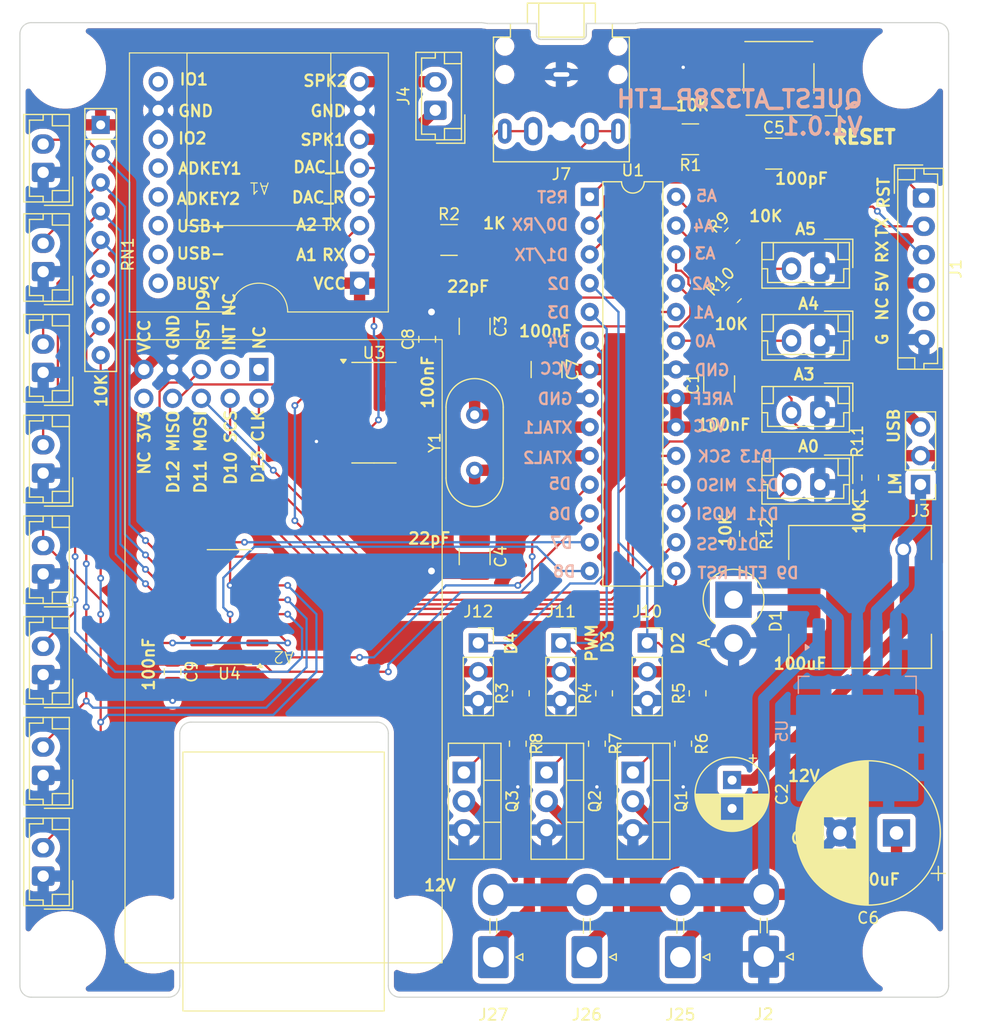
<source format=kicad_pcb>
(kicad_pcb (version 20240108) (generator "pcbnew") (generator_version "8.0")
  (layers (0 "F.Cu" signal) (31 "B.Cu" signal) (34 "B.Paste" user) (35 "F.Paste" user) (36 "B.SilkS" user "B.Silkscreen") (37 "F.SilkS" user "F.Silkscreen") (38 "B.Mask" user) (39 "F.Mask" user) (44 "Edge.Cuts" user))
  (net 0 "")
  (net 1 "GND")
  (net 3 "VCC")
  (net 4 "Net-(A1-SPK2)")
  (net 5 "Net-(A1-TX)")
  (net 8 "Net-(A1-DAC_L)")
  (net 9 "Net-(A1-DAC_R)")
  (net 11 "Net-(A1-RX)")
  (net 15 "Net-(A1-SPK1)")
  (net 16 "Net-(U1-XTAL1{slash}PB6)")
  (net 17 "Net-(U1-XTAL2{slash}PB7)")
  (net 18 "Net-(J1-Pin_1)")
  (net 20 "Net-(J1-Pin_3)")
  (net 21 "Net-(J1-Pin_2)")
  (net 22 "Net-(J1-Pin_4)")
  (net 23 "Net-(U1-PC1)")
  (net 25 "Net-(A2-RST)")
  (net 28 "Net-(A2-SCLK)")
  (net 29 "Net-(A2-MISO)")
  (net 30 "Net-(A2-MOSI)")
  (net 31 "Net-(A2-SCS)")
  (net 32 "Net-(U1-PC2)")
  (net 39 "Net-(J10-Pin_1)")
  (net 40 "Net-(J11-Pin_1)")
  (net 41 "Net-(J12-Pin_1)")
  (net 42 "Net-(J18-Pin_2)")
  (net 43 "Net-(J13-Pin_2)")
  (net 44 "Net-(J14-Pin_2)")
  (net 45 "Net-(J15-Pin_2)")
  (net 46 "Net-(J19-Pin_2)")
  (net 47 "Net-(J17-Pin_2)")
  (net 48 "Net-(J20-Pin_2)")
  (net 49 "Net-(J16-Pin_2)")
  (net 50 "Net-(U1-PD7)")
  (net 51 "Net-(U1-PB0)")
  (net 52 "Net-(U1-PD5)")
  (net 53 "Net-(U1-PD6)")
  (net 55 "Net-(J21-Pin_2)")
  (net 56 "Net-(J22-Pin_2)")
  (net 57 "Net-(J23-Pin_2)")
  (net 58 "Net-(J24-Pin_2)")
  (net 59 "Net-(J25-Pin_1)")
  (net 60 "Net-(J26-Pin_1)")
  (net 61 "Net-(J27-Pin_1)")
  (net 62 "Net-(Q1-G)")
  (net 63 "Net-(Q2-G)")
  (net 64 "Net-(Q3-G)")
  (net 65 "Net-(U1-~{RESET}{slash}PC6)")
  (net 66 "Net-(U1-PB4)")
  (net 67 "5VPowerOut")
  (net 68 "12VPowerIn")
  (net 69 "Net-(D1-K)")
  (footprint "Package_TO_SOT_THT:TO-220-3_Vertical" (layer "F.Cu") (at 56.205 90.17 -90)
    (property "Reference" "Q3")
    (property "Value" "IRLZ44N")
  )
  (footprint "Connector_JST:JST_EH_B2B-EH-A_1x02_P2.50mm_Vertical" (layer "F.Cu") (at 19.05 54.864 90)
    (property "Reference" "J15" (hide yes))
    (property "Value" "Conn_01x02" (hide yes))
  )
  (footprint "Connector_JST:JST_EH_B2B-EH-A_1x02_P2.50mm_Vertical" (layer "F.Cu") (at 19.05 81.534 90)
    (property "Reference" "J18" (hide yes))
    (property "Value" "Conn_01x02" (hide yes))
  )
  (footprint "MountingHole:MountingHole_3.2mm_M3" (layer "F.Cu") (at 95 106)
    (property "Reference" "REF**" (hide yes))
    (property "Value" "MountingHole_3.2mm_M3" (hide yes))
  )
  (footprint "Resistor_SMD:R_0805_2012Metric_Pad1.20x1.40mm_HandSolder" (layer "F.Cu") (at 67.945 87.63 -90)
    (property "Reference" "R7")
    (property "Value" "10K")
  )
  (footprint "Connector_JST:JST_EH_B6B-EH-A_1x06_P2.50mm_Vertical" (layer "F.Cu") (at 96.82 39.47 -90)
    (property "Reference" "J1")
    (property "Value" "Conn_01x06_Pin")
  )
  (footprint "Connector_PinHeader_2.54mm:PinHeader_1x03_P2.54mm_Vertical" (layer "F.Cu") (at 96.52 64.755 180)
    (property "Reference" "J3")
    (property "Value" "Conn_01x03_Pin")
  )
  (footprint "Connector_PinSocket_2.54mm:PinSocket_1x03_P2.54mm_Vertical" (layer "F.Cu") (at 57.475 78.74)
    (property "Reference" "J12")
    (property "Value" "Conn_01x03")
  )
  (footprint "Connector_JST:JST_EH_B2B-EH-A_1x02_P2.50mm_Vertical" (layer "F.Cu") (at 87.63 64.77 180)
    (property "Reference" "J24" (hide yes))
    (property "Value" "Conn_01x02" (hide yes))
  )
  (footprint "Capacitor_SMD:C_1210_3225Metric" (layer "F.Cu") (at 78.74 55.88 90)
    (property "Reference" "C1")
    (property "Value" "100nF")
  )
  (footprint "Package_TO_SOT_THT:TO-220-3_Vertical" (layer "F.Cu") (at 71.12 90.17 -90)
    (property "Reference" "Q1")
    (property "Value" "IRLZ44N")
  )
  (footprint "Resistor_SMD:R_0805_2012Metric_Pad1.20x1.40mm_HandSolder" (layer "F.Cu") (at 79.883 42.799 45)
    (property "Reference" "R9")
    (property "Value" "10K")
  )
  (footprint "Resistor_SMD:R_0805_2012Metric_Pad1.20x1.40mm_HandSolder" (layer "F.Cu") (at 75.565 87.63 -90)
    (property "Reference" "R6")
    (property "Value" "10K")
  )
  (footprint "Resistor_SMD:R_1210_3225Metric_Pad1.30x2.65mm_HandSolder" (layer "F.Cu") (at 76.2 34.29 180)
    (property "Reference" "R1")
    (property "Value" "10K")
  )
  (footprint "MountingHole:MountingHole_3.2mm_M3" (layer "F.Cu") (at 95 28)
    (property "Reference" "REF**" (hide yes))
    (property "Value" "MountingHole_3.2mm_M3" (hide yes))
  )
  (footprint "Package_SO:SOIC-14_3.9x8.7mm_P1.27mm" (layer "F.Cu") (at 48.26 58.42)
    (property "Reference" "U3")
    (property "Value" "74AHCT125")
  )
  (footprint "Connector_JST:JST_EH_B2B-EH-A_1x02_P2.50mm_Vertical" (layer "F.Cu") (at 19.05 37.211 90)
    (property "Reference" "J13" (hide yes))
    (property "Value" "Conn_01x02" (hide yes))
  )
  (footprint "Connector_JST:JST_EH_B2B-EH-A_1x02_P2.50mm_Vertical" (layer "F.Cu") (at 19.05 90.424 90)
    (property "Reference" "J19" (hide yes))
    (property "Value" "Conn_01x02" (hide yes))
  )
  (footprint "Capacitor_SMD:C_1210_3225Metric" (layer "F.Cu") (at 57.15 50.8 -90)
    (property "Reference" "C3")
    (property "Value" "22pF")
  )
  (footprint "Connector_JST:JST_EH_B2B-EH-A_1x02_P2.50mm_Vertical" (layer "F.Cu") (at 19.05 45.974 90)
    (property "Reference" "J14" (hide yes))
    (property "Value" "Conn_01x02" (hide yes))
  )
  (footprint "MountingHole:MountingHole_3.2mm_M3" (layer "F.Cu") (at 21 28)
    (property "Reference" "REF**" (hide yes))
    (property "Value" "MountingHole_3.2mm_M3" (hide yes))
  )
  (footprint "Connector_JST:JST_EH_B2B-EH-A_1x02_P2.50mm_Vertical" (layer "F.Cu") (at 19.05 99.314 90)
    (property "Reference" "J20" (hide yes))
    (property "Value" "Conn_01x02" (hide yes))
  )
  (footprint "Connector_JST:JST_EH_B2B-EH-A_1x02_P2.50mm_Vertical" (layer "F.Cu") (at 19.05 63.754 90)
    (property "Reference" "J16" (hide yes))
    (property "Value" "Conn_01x02" (hide yes))
  )
  (footprint "Capacitor_SMD:C_0805_2012Metric_Pad1.18x1.45mm_HandSolder" (layer "F.Cu") (at 52.959 51.943 90)
    (property "Reference" "C8")
    (property "Value" "100nF")
  )
  (footprint "Button_Switch_SMD:SW_SPST_Omron_B3FS-100xP" (layer "F.Cu") (at 84.01 28.92 180)
    (property "Reference" "SW1" (hide yes))
    (property "Value" "SW_Omron_B3FS" (hide yes))
  )
  (footprint "Package_DIP:DIP-28_W7.62mm" (layer "F.Cu") (at 67.31 39.37)
    (property "Reference" "U1")
    (property "Value" "ATmega328P-P")
  )
  (footprint "Crystal:Crystal_HC49-U_Vertical" (layer "F.Cu") (at 57.15 63.5 90)
    (property "Reference" "Y1")
    (property "Value" "16MHz")
  )
  (footprint "Capacitor_SMD:C_0805_2012Metric_Pad1.18x1.45mm_HandSolder" (layer "F.Cu") (at 30.48 81.28 -90)
    (property "Reference" "C9")
    (property "Value" "100nF")
  )
  (footprint "Resistor_SMD:R_0805_2012Metric_Pad1.20x1.40mm_HandSolder" (layer "F.Cu") (at 60.96 87.63 -90)
    (property "Reference" "R8")
    (property "Value" "10K")
  )
  (footprint "Connector_PinSocket_2.54mm:PinSocket_1x03_P2.54mm_Vertical" (layer "F.Cu") (at 72.39 78.74)
    (property "Reference" "J10")
    (property "Value" "Conn_01x03")
  )
  (footprint "Connector_JST:JST_EH_B2B-EH-A_1x02_P2.50mm_Vertical" (layer "F.Cu") (at 53.675 31.73 90)
    (property "Reference" "J4")
    (property "Value" "Conn_01x02")
  )
  (footprint "Resistor_SMD:R_0805_2012Metric_Pad1.20x1.40mm_HandSolder" (layer "F.Cu") (at 68.58 83.185 90)
    (property "Reference" "R4")
    (property "Value" "100")
  )
  (footprint "Connector_PinSocket_2.54mm:PinSocket_1x03_P2.54mm_Vertical" (layer "F.Cu") (at 64.77 78.74)
    (property "Reference" "J11")
    (property "Value" "Conn_01x03")
  )
  (footprint "Resistor_THT:R_Array_SIP9" (layer "F.Cu") (at 24.13 33.02 -90)
    (property "Reference" "RN1")
    (property "Value" "10K" (hide yes))
  )
  (footprint "Connector_JST:JST_EH_B2B-EH-A_1x02_P2.50mm_Vertical" (layer "F.Cu") (at 87.63 45.72 180)
    (property "Reference" "J21" (hide yes))
    (property "Value" "Conn_01x02" (hide yes))
  )
  (footprint "Connector_Audio:Jack_3.5mm_CUI_SJ1-3525N_Horizontal" (layer "F.Cu") (at 64.81 28.575 180)
    (property "Reference" "J7")
    (property "Value" "AudioJack3_SwitchTR")
    (fp_line (start 2.2 4.5) (end 6.5 4.5) (stroke (width 0.12)) (layer "Edge.Cuts"))
    (fp_line (start 2.2 3.5) (end 2.2 4.5) (stroke (width 0.12)) (layer "Edge.Cuts"))
    (fp_line (start 1.8 3.1) (end -1.8 3.1) (stroke (width 0.12)) (layer "Edge.Cuts"))
    (fp_line (start -2.2 4.5) (end -6.5 4.5) (stroke (width 0.12)) (layer "Edge.Cuts"))
    (fp_line (start -2.2 3.5) (end -2.2 4.5) (stroke (width 0.12)) (layer "Edge.Cuts"))
    (fp_arc (start 1.8 3.1) (mid 2.082843 3.217157) (end 2.2 3.5) (stroke (width 0.12)) (layer "Edge.Cuts"))
    (fp_arc (start -2.2 3.5) (mid -2.082842 3.217158) (end -1.8 3.1) (stroke (width 0.12)) (layer "Edge.Cuts"))
  )
  (footprint "MountingHole:MountingHole_3.2mm_M3" (layer "F.Cu") (at 21 106)
    (property "Reference" "REF**" (hide yes))
    (property "Value" "MountingHole_3.2mm_M3" (hide yes))
  )
  (footprint "Wiznet:W5500Module" (layer "F.Cu") (at 40.28 79.47 180)
    (property "Reference" "A2")
    (property "Value" "~")
  )
  (footprint "Connector_Molex:Molex_Mini-Fit_Jr_5569-02A2_2x01_P4.20mm_Horizontal_Hanging" (layer "F.Cu") (at 67.056 106.465 180)
    (property "Reference" "J26")
    (property "Value" "Conn_02x01")
  )
  (footprint "Capacitor_THT:CP_Radial_D12.5mm_P5.00mm" (layer "F.Cu") (at 94.398959 95.504 180)
    (property "Reference" "C6")
    (property "Value" "680uF")
  )
  (footprint "Resistor_SMD:R_0805_2012Metric_Pad1.20x1.40mm_HandSolder" (layer "F.Cu") (at 92.075 64.151 -90)
    (property "Reference" "R11")
    (property "Value" "10K")
  )
  (footprint "Capacitor_SMD:C_1210_3225Metric" (layer "F.Cu") (at 57.15 71.12 -90)
    (property "Reference" "C4")
    (property "Value" "22pF")
  )
  (footprint "Resistor_SMD:R_1210_3225Metric_Pad1.30x2.65mm_HandSolder" (layer "F.Cu") (at 54.89 43.18)
    (property "Reference" "R2")
    (property "Value" "1K")
  )
  (footprint "Package_SO:SOIC-16_3.9x9.9mm_P1.27mm" (layer "F.Cu") (at 35.495 75.565 180)
    (property "Reference" "U4")
    (property "Value" "74HC165")
  )
  (footprint "Resistor_SMD:R_0805_2012Metric_Pad1.20x1.40mm_HandSolder" (layer "F.Cu") (at 76.835 83.185 90)
    (property "Reference" "R5")
    (property "Value" "100")
  )
  (footprint "Connector_JST:JST_EH_B2B-EH-A_1x02_P2.50mm_Vertical" (layer "F.Cu") (at 19.05 72.644 90)
    (property "Reference" "J17" (hide yes))
    (property "Value" "Conn_01x02" (hide yes))
  )
  (footprint "Connector_Molex:Molex_Mini-Fit_Jr_5569-02A2_2x01_P4.20mm_Horizontal_Hanging" (layer "F.Cu") (at 75.311 106.465 180)
    (property "Reference" "J25")
    (property "Value" "Conn_02x01")
  )
  (footprint "Capacitor_THT:CP_Radial_D6.3mm_P2.50mm" (layer "F.Cu") (at 79.883 90.845 -90)
    (property "Reference" "C2")
    (property "Value" "220uF")
  )
  (footprint "Inductor_SMD:L_12x12mm_H4.5mm" (layer "F.Cu") (at 91.186 74.676)
    (property "Reference" "L1")
    (property "Value" "L_Ferrite")
  )
  (footprint "Diode_THT:D_DO-201AD_P3.81mm_Vertical_AnodeUp" (layer "F.Cu") (at 80.01 74.922 -90)
    (property "Reference" "D1")
    (property "Value" "1N5822")
  )
  (footprint "Connector_JST:JST_EH_B2B-EH-A_1x02_P2.50mm_Vertical" (layer "F.Cu") (at 87.63 52.07 180)
    (property "Reference" "J22" (hide yes))
    (property "Value" "Conn_01x02" (hide yes))
  )
  (footprint "Resistor_SMD:R_0805_2012Metric_Pad1.20x1.40mm_HandSolder" (layer "F.Cu") (at 61.23 83.185 90)
    (property "Reference" "R3")
    (property "Value" "100")
  )
  (footprint "Package_TO_SOT_THT:TO-220-3_Vertical" (layer "F.Cu") (at 63.5 90.17 -90)
    (property "Reference" "Q2")
    (property "Value" "IRLZ44N")
  )
  (footprint "Resistor_SMD:R_0805_2012Metric_Pad1.20x1.40mm_HandSolder" (layer "F.Cu") (at 81.28 69.088 -90)
    (property "Reference" "R12")
    (property "Value" "10K")
  )
  (footprint "Capacitor_SMD:C_1210_3225Metric" (layer "F.Cu") (at 83.566 35.56)
    (property "Reference" "C5")
    (property "Value" "100pF" (hide yes))
  )
  (footprint "Resistor_SMD:R_0805_2012Metric_Pad1.20x1.40mm_HandSolder" (layer "F.Cu") (at 80.01 48.006 45)
    (property "Reference" "R10")
    (property "Value" "10K")
  )
  (footprint "Capacitor_SMD:C_1210_3225Metric" (layer "F.Cu") (at 63.5 54.61 -90)
    (property "Reference" "C7")
    (property "Value" "100nF")
  )
  (footprint "Connector_Molex:Molex_Mini-Fit_Jr_5569-02A2_2x01_P4.20mm_Horizontal_Hanging" (layer "F.Cu") (at 58.801 106.465 180)
    (property "Reference" "J27")
    (property "Value" "Conn_02x01")
  )
  (footprint "Connector_Molex:Molex_Mini-Fit_Jr_5569-02A2_2x01_P4.20mm_Horizontal_Hanging" (layer "F.Cu") (at 82.677 106.426 180)
    (property "Reference" "J2")
    (property "Value" "Conn_02x01")
  )
  (footprint "DFPlayer:DFPLayerMini" (layer "F.Cu") (at 38.1 38.1 180)
    (property "Reference" "A1")
    (property "Value" "~")
  )
  (footprint "Connector_JST:JST_EH_B2B-EH-A_1x02_P2.50mm_Vertical" (layer "F.Cu") (at 87.63 58.42 180)
    (property "Reference" "J23" (hide yes))
    (property "Value" "Conn_01x02" (hide yes))
  )
  (footprint "Package_TO_SOT_SMD:TO-263-5_TabPin3" (layer "B.Cu") (at 90.932 86.511 -90)
    (property "Reference" "U5")
    (property "Value" "LM2596S-5")
  )
  (gr_arc (start 17 25) (mid 17.292893 24.292893) (end 18 24) (stroke (width 0.1)) (layer "Edge.Cuts"))
  (gr_arc (start 31.115 109) (mid 30.822107 109.707107) (end 30.115 110) (stroke (width 0.1)) (layer "Edge.Cuts"))
  (gr_arc (start 48.53 85.725) (mid 49.237107 86.017893) (end 49.53 86.725) (stroke (width 0.1)) (layer "Edge.Cuts"))
  (gr_arc (start 99 109) (mid 98.707107 109.707107) (end 98 110) (stroke (width 0.1)) (layer "Edge.Cuts"))
  (gr_arc (start 18 110) (mid 17.292893 109.707107) (end 17 109) (stroke (width 0.1)) (layer "Edge.Cuts"))
  (gr_arc (start 50.53 110) (mid 49.822893 109.707107) (end 49.53 109) (stroke (width 0.1)) (layer "Edge.Cuts"))
  (gr_line (start 49.53 109) (end 49.53 86.725) (stroke (width 0.1)) (layer "Edge.Cuts"))
  (gr_line (start 18 24) (end 57.785 24) (stroke (width 0.1)) (layer "Edge.Cuts"))
  (gr_line (start 17 109) (end 17 25) (stroke (width 0.1)) (layer "Edge.Cuts"))
  (gr_line (start 57.785 24) (end 58.31 24.075) (stroke (width 0.1)) (layer "Edge.Cuts"))
  (gr_line (start 71.755 24) (end 71.31 24.075) (stroke (width 0.1)) (layer "Edge.Cuts"))
  (gr_line (start 99 25) (end 99 109) (stroke (width 0.1)) (layer "Edge.Cuts"))
  (gr_line (start 98 110) (end 50.53 110) (stroke (width 0.1)) (layer "Edge.Cuts"))
  (gr_arc (start 31.115 86.725) (mid 31.407893 86.017893) (end 32.115 85.725) (stroke (width 0.1)) (layer "Edge.Cuts"))
  (gr_line (start 31.115 109) (end 31.115 86.725) (stroke (width 0.1)) (layer "Edge.Cuts"))
  (gr_line (start 18 110) (end 30.115 110) (stroke (width 0.1)) (layer "Edge.Cuts"))
  (gr_line (start 32.115 85.725) (end 48.53 85.725) (stroke (width 0.1)) (layer "Edge.Cuts"))
  (gr_arc (start 98 24) (mid 98.707107 24.292893) (end 99 25) (stroke (width 0.1)) (layer "Edge.Cuts"))
  (gr_line (start 98 24) (end 71.755 24) (stroke (width 0.1)) (layer "Edge.Cuts"))
  (gr_text "XTAL2" (at 65.913 62.992 0) (layer "B.SilkS") (effects (font (size 1 1) (thickness 0.2) (bold yes)) (justify left bottom mirror)))
  (gr_text "D5" (at 65.786 65.278 0) (layer "B.SilkS") (effects (font (size 1 1) (thickness 0.2) (bold yes)) (justify left bottom mirror)))
  (gr_text "D4" (at 65.659 52.705 0) (layer "B.SilkS") (effects (font (size 1 1) (thickness 0.2) (bold yes)) (justify left bottom mirror)))
  (gr_text "D3" (at 65.659 50.165 0) (layer "B.SilkS") (effects (font (size 1 1) (thickness 0.2) (bold yes)) (justify left bottom mirror)))
  (gr_text "D10 SS" (at 76.581 70.612 0) (layer "B.SilkS") (effects (font (size 1 1) (thickness 0.2) (bold yes)) (justify right bottom mirror)))
  (gr_text "XTAL1" (at 65.913 60.325 0) (layer "B.SilkS") (effects (font (size 1 1) (thickness 0.2) (bold yes)) (justify left bottom mirror)))
  (gr_text "RST" (at 65.532 40.005 0) (layer "B.SilkS") (effects (font (size 1 1) (thickness 0.2) (bold yes)) (justify left bottom mirror)))
  (gr_text "D6" (at 65.786 67.945 0) (layer "B.SilkS") (effects (font (size 1 1) (thickness 0.2) (bold yes)) (justify left bottom mirror)))
  (gr_text "A3" (at 76.454 44.958 0) (layer "B.SilkS") (effects (font (size 1 1) (thickness 0.2) (bold yes)) (justify right bottom mirror)))
  (gr_text "VCC" (at 65.913 55.118 0) (layer "B.SilkS") (effects (font (size 1 1) (thickness 0.2) (bold yes)) (justify left bottom mirror)))
  (gr_text "D12 MISO" (at 76.581 65.405 0) (layer "B.SilkS") (effects (font (size 1 1) (thickness 0.2) (bold yes)) (justify right bottom mirror)))
  (gr_text "AREF" (at 76.2 57.785 0) (layer "B.SilkS") (effects (font (size 1 1) (thickness 0.2) (bold yes)) (justify right bottom mirror)))
  (gr_text "A0" (at 76.454 52.705 0) (layer "B.SilkS") (effects (font (size 1 1) (thickness 0.2) (bold yes)) (justify right bottom mirror)))
  (gr_text "D11 MOSI" (at 76.581 67.945 0) (layer "B.SilkS") (effects (font (size 1 1) (thickness 0.2) (bold yes)) (justify right bottom mirror)))
  (gr_text "D1/TX" (at 65.532 45.085 0) (layer "B.SilkS") (effects (font (size 1 1) (thickness 0.2) (bold yes)) (justify left bottom mirror)))
  (gr_text "A2" (at 76.2 47.625 0) (layer "B.SilkS") (effects (font (size 1 1) (thickness 0.2) (bold yes)) (justify right bottom mirror)))
  (gr_text "D0/RX" (at 65.532 42.418 0) (layer "B.SilkS") (effects (font (size 1 1) (thickness 0.2) (bold yes)) (justify left bottom mirror)))
  (gr_text "A5" (at 76.581 39.878 0) (layer "B.SilkS") (effects (font (size 1 1) (thickness 0.2) (bold yes)) (justify right bottom mirror)))
  (gr_text "D9 ETH RST" (at 76.708 73.152 0) (layer "B.SilkS") (effects (font (size 1 1) (thickness 0.2) (bold yes)) (justify right bottom mirror)))
  (gr_text "D13 SCK" (at 76.708 62.865 0) (layer "B.SilkS") (effects (font (size 1 1) (thickness 0.2) (bold yes)) (justify right bottom mirror)))
  (gr_text "A4" (at 76.327 42.545 0) (layer "B.SilkS") (effects (font (size 1 1) (thickness 0.2) (bold yes)) (justify right bottom mirror)))
  (gr_text "D8" (at 66.167 73.025 0) (layer "B.SilkS") (effects (font (size 1 1) (thickness 0.2) (bold yes)) (justify left bottom mirror)))
  (gr_text "VCC" (at 76.327 60.198 0) (layer "B.SilkS") (effects (font (size 1 1) (thickness 0.2) (bold yes)) (justify right bottom mirror)))
  (gr_text "QUEST_AT328P_ETH\nV1.0.1" (at 91.567 34.036 0) (layer "B.SilkS") (effects (font (size 1.5 1.5) (thickness 0.3) (bold yes)) (justify left bottom mirror)))
  (gr_text "D2" (at 65.659 47.625 0) (layer "B.SilkS") (effects (font (size 1 1) (thickness 0.2) (bold yes)) (justify left bottom mirror)))
  (gr_text "A1" (at 76.327 50.165 0) (layer "B.SilkS") (effects (font (size 1 1) (thickness 0.2) (bold yes)) (justify right bottom mirror)))
  (gr_text "GND" (at 76.454 55.245 0) (layer "B.SilkS") (effects (font (size 1 1) (thickness 0.2) (bold yes)) (justify right bottom mirror)))
  (gr_text "D7" (at 65.913 70.485 0) (layer "B.SilkS") (effects (font (size 1 1) (thickness 0.2) (bold yes)) (justify left bottom mirror)))
  (gr_text "GND" (at 65.913 57.785 0) (layer "B.SilkS") (effects (font (size 1 1) (thickness 0.2) (bold yes)) (justify left bottom mirror)))
  (gr_text "100nF" (at 60.96 51.816 0) (layer "F.SilkS") (effects (font (size 1 1) (thickness 0.2) (bold yes)) (justify left bottom)))
  (gr_text "GND" (at 31.115 52.959 90) (layer "F.SilkS") (effects (font (size 1 1) (thickness 0.2) (bold yes)) (justify left bottom)))
  (gr_text "NC" (at 93.726 50.419 90) (layer "F.SilkS") (effects (font (size 1 1) (thickness 0.2) (bold yes)) (justify left bottom)))
  (gr_text "GND" (at 30.861 32.385 0) (layer "F.SilkS") (effects (font (size 1 1) (thickness 0.2) (bold yes)) (justify left bottom)))
  (gr_text "TX" (at 93.726 43.053 90) (layer "F.SilkS") (effects (font (size 1 1) (thickness 0.2) (bold yes)) (justify left bottom)))
  (gr_text "RX" (at 93.726 45.339 90) (layer "F.SilkS") (effects (font (size 1 1) (thickness 0.2) (bold yes)) (justify left bottom)))
  (gr_text "G" (at 93.726 52.578 90) (layer "F.SilkS") (effects (font (size 1 1) (thickness 0.2) (bold yes)) (justify left bottom)))
  (gr_text "USB+" (at 30.734 42.545 0) (layer "F.SilkS") (effects (font (size 1 1) (thickness 0.2) (bold yes)) (justify left bottom)))
  (gr_text "NC 3V3" (at 28.575 64.008 90) (layer "F.SilkS") (effects (font (size 1 1) (thickness 0.2) (bold yes)) (justify left bottom)))
  (gr_text "10K" (at 24.765 58.039 90) (layer "F.SilkS") (effects (font (size 1 1) (thickness 0.2) (bold yes)) (justify left bottom)))
  (gr_text "PWM" (at 68.072 80.518 90) (layer "F.SilkS") (effects (font (size 1 1) (thickness 0.2) (bold yes)) (justify left bottom)))
  (gr_text "100nF" (at 28.956 83.058 90) (layer "F.SilkS") (effects (font (size 1 1) (thickness 0.2) (bold yes)) (justify left bottom)))
  (gr_text "GND" (at 42.545 32.385 0) (layer "F.SilkS") (effects (font (size 1 1) (thickness 0.2) (bold yes)) (justify left bottom)))
  (gr_text "DAC_R" (at 40.894 40.005 0) (layer "F.SilkS") (effects (font (size 1 1) (thickness 0.2) (bold yes)) (justify left bottom)))
  (gr_text "D12 MISO" (at 31.115 65.659 90) (layer "F.SilkS") (effects (font (size 1 1) (thickness 0.2) (bold yes)) (justify left bottom)))
  (gr_text "RESET\n" (at 88.646 34.798 0) (layer "F.SilkS") (effects (font (size 1.2 1.2) (thickness 0.3) (bold yes)) (justify left bottom)))
  (gr_text "10K" (at 81.28 41.656 0) (layer "F.SilkS") (effects (font (size 1 1) (thickness 0.2) (bold yes)) (justify left bottom)))
  (gr_text "VCC" (at 42.799 47.625 0) (layer "F.SilkS") (effects (font (size 1 1) (thickness 0.2) (bold yes)) (justify left bottom)))
  (gr_text "BUSY" (at 30.607 47.625 0) (layer "F.SilkS") (effects (font (size 1 1) (thickness 0.2) (bold yes)) (justify left bottom)))
  (gr_text "A5" (at 85.344 42.799 0) (layer "F.SilkS") (effects (font (size 1 1) (thickness 0.2) (bold yes)) (justify left bottom)))
  (gr_text "RX" (at 43.561 45.085 0) (layer "F.SilkS") (effects (font (size 1 1) (thickness 0.2) (bold yes)) (justify left bottom)))
  (gr_text "ADKEY2" (at 30.734 40.132 0) (layer "F.SilkS") (effects (font (size 1 1) (thickness 0.2) (bold yes)) (justify left bottom)))
  (gr_text "12V" (at 84.709 91.059 0) (layer "F.SilkS") (effects (font (size 1 1) (thickness 0.2) (bold yes)) (justify left bottom)))
  (gr_text "D3" (at 69.469 79.756 90) (layer "F.SilkS") (effects (font (size 1 1) (thickness 0.2) (bold yes)) (justify left bottom)))
  (gr_text "5V" (at 93.726 47.879 90) (layer "F.SilkS") (effects (font (size 1 1) (thickness 0.2) (bold yes)) (justify left bottom)))
  (gr_text "100uF" (at 83.439 81.153 0) (layer "F.SilkS") (effects (font (size 1 1) (thickness 0.2) (bold yes)) (justify left bottom)))
  (gr_text "SPK2" (at 41.91 29.718 0) (layer "F.SilkS") (effects (font (size 1 1) (thickness 0.2) (bold yes)) (justify left bottom)))
  (gr_text "USB-" (at 30.734 44.958 0) (layer "F.SilkS") (effects (font (size 1 1) (thickness 0.2) (bold yes)) (justify left bottom)))
  (gr_text "GND" (at 84.955 96.56 0) (layer "F.SilkS") (effects (font (size 1 1) (thickness 0.2) (bold yes)) (justify left bottom)))
  (gr_text "A4" (at 85.598 49.403 0) (layer "F.SilkS") (effects (font (size 1 1) (thickness 0.2) (bold yes)) (justify left bottom)))
  (gr_text "1K" (at 57.785 42.291 0) (layer "F.SilkS") (effects (font (size 1 1) (thickness 0.2) (bold yes)) (justify left bottom)))
  (gr_text "D4" (at 60.96 79.883 90) (layer "F.SilkS") (effects (font (size 1 1) (thickness 0.2) (bold yes)) (justify left bottom)))
  (gr_text "D10 SCS" (at 36.195 64.897 90) (layer "F.SilkS") (effects (font (size 1 1) (thickness 0.2) (bold yes)) (justify left bottom)))
  (gr_text "100uF" (at 89.916 100.203 0) (layer "F.SilkS") (effects (font (size 1 1) (thickness 0.2) (bold yes)) (justify left bottom)))
  (gr_text "100pF" (at 83.566 38.354 0) (layer "F.SilkS") (effects (font (size 1 1) (thickness 0.2) (bold yes)) (justify left bottom)))
  (gr_text "USB" (at 94.742 61.214 90) (layer "F.SilkS") (effects (font (size 1 1) (thickness 0.2) (bold yes)) (justify left bottom)))
  (gr_text "INT NC" (at 36.068 53.086 90) (layer "F.SilkS") (effects (font (size 1 1) (thickness 0.2) (bold yes)) (justify left bottom)))
  (gr_text "D2" (at 75.692 79.883 90) (layer "F.SilkS") (effects (font (size 1 1) (thickness 0.2) (bold yes)) (justify left bottom)))
  (gr_text "10K" (at 91.694 69.215 90) (layer "F.SilkS") (effects (font (size 1 1) (thickness 0.2) (bold yes)) (justify left bottom)))
  (gr_text "LM" (at 94.869 65.786 90) (layer "F.SilkS") (effects (font (size 1 1) (thickness 0.2) (bold yes)) (justify left bottom)))
  (gr_text "SPK1" (at 41.656 34.925 0) (layer "F.SilkS") (effects (font (size 1 1) (thickness 0.2) (bold yes)) (justify left bottom)))
  (gr_text "TX" (at 43.561 42.418 0) (layer "F.SilkS") (effects (font (size 1 1) (thickness 0.2) (bold yes)) (justify left bottom)))
  (gr_text "100nF" (at 76.708 60.071 0) (layer "F.SilkS") (effects (font (size 1 1) (thickness 0.2) (bold yes)) (justify left bottom)))
  (gr_text "IO1" (at 30.988 29.591 0) (layer "F.SilkS") (effects (font (size 1 1) (thickness 0.2) (bold yes)) (justify left bottom)))
  (gr_text "IO2" (at 30.861 34.798 0) (layer "F.SilkS") (effects (font (size 1 1) (thickness 0.2) (bold yes)) (justify left bottom)))
  (gr_text "D11 MOSI" (at 33.528 65.659 90) (layer "F.SilkS") (effects (font (size 1 1) (thickness 0.2) (bold yes)) (justify left bottom)))
  (gr_text "22pF" (at 54.61 47.879 0) (layer "F.SilkS") (effects (font (size 1 1) (thickness 0.2) (bold yes)) (justify left bottom)))
  (gr_text "RST D9" (at 33.782 53.086 90) (layer "F.SilkS") (effects (font (size 1 1) (thickness 0.2) (bold yes)) (justify left bottom)))
  (gr_text "A3" (at 85.217 55.626 0) (layer "F.SilkS") (effects (font (size 1 1) (thickness 0.2) (bold yes)) (justify left bottom)))
  (gr_text "NC" (at 38.735 52.959 90) (layer "F.SilkS") (effects (font (size 1 1) (thickness 0.2) (bold yes)) (justify left bottom)))
  (gr_text "VCC" (at 28.575 53.213 90) (layer "F.SilkS") (effects (font (size 1 1) (thickness 0.2) (bold yes)) (justify left bottom)))
  (gr_text "12V" (at 52.578 100.711 0) (layer "F.SilkS") (effects (font (size 1 1) (thickness 0.2) (bold yes)) (justify left bottom)))
  (gr_text "A2" (at 41.275 42.418 0) (layer "F.SilkS") (effects (font (size 1 1) (thickness 0.2) (bold yes)) (justify left bottom)))
  (gr_text "D13 CLK" (at 38.608 64.77 90) (layer "F.SilkS") (effects (font (size 1 1) (thickness 0.2) (bold yes)) (justify left bottom)))
  (gr_text "A1" (at 41.275 45.085 0) (layer "F.SilkS") (effects (font (size 1 1) (thickness 0.2) (bold yes)) (justify left bottom)))
  (gr_text "10K" (at 78.232 51.181 0) (layer "F.SilkS") (effects (font (size 1 1) (thickness 0.2) (bold yes)) (justify left bottom)))
  (gr_text "10K" (at 74.803 31.877 0) (layer "F.SilkS") (effects (font (size 1 1) (thickness 0.2) (bold yes)) (justify left bottom)))
  (gr_text "100nF" (at 53.594 58.166 90) (layer "F.SilkS") (effects (font (size 1 1) (thickness 0.2) (bold yes)) (justify left bottom)))
  (gr_text "10K" (at 79.883 70.358 90) (layer "F.SilkS") (effects (font (size 1 1) (thickness 0.2) (bold yes)) (justify left bottom)))
  (gr_text "RST" (at 93.853 40.513 90) (layer "F.SilkS") (effects (font (size 1 1) (thickness 0.2) (bold yes)) (justify left bottom)))
  (gr_text "DAC_L" (at 41.021 37.338 0) (layer "F.SilkS") (effects (font (size 1 1) (thickness 0.2) (bold yes)) (justify left bottom)))
  (gr_text "22pF" (at 51.181 70.104 0) (layer "F.SilkS") (effects (font (size 1 1) (thickness 0.2) (bold yes)) (justify left bottom)))
  (gr_text "A0" (at 85.598 61.976 0) (layer "F.SilkS") (effects (font (size 1 1) (thickness 0.2) (bold yes)) (justify left bottom)))
  (gr_text "ADKEY1" (at 30.861 37.465 0) (layer "F.SilkS") (effects (font (size 1 1) (thickness 0.2) (bold yes)) (justify left bottom)))
  (segment (start 75.565 88.63) (end 75.565 91.44) (width 0.2) (layer "F.Cu") (net 1))
  (segment (start 35.56 71.12) (end 35.56 73.66) (width 0.2) (layer "F.Cu") (net 1))
  (segment (start 57.15 49.325) (end 53.545 49.325) (width 1) (layer "F.Cu") (net 1))
  (segment (start 39.37 52.07) (end 33.02 52.07) (width 0.2) (layer "F.Cu") (net 1))
  (segment (start 43.18 60.96) (end 44.45 62.23) (width 0.2) (layer "F.Cu") (net 1))
  (segment (start 52.959 50.9055) (end 53.34 50.5245) (width 0.2) (layer "F.Cu") (net 1))
  (segment (start 76.835 26.67) (end 75.565 27.94) (width 0.2) (layer "F.Cu") (net 1))
  (segment (start 57.15 72.595) (end 53.545 72.595) (width 1) (layer "F.Cu") (net 1))
  (segment (start 80.01 26.67) (end 76.835 26.67) (width 0.2) (layer "F.Cu") (net 1))
  (segment (start 45.785 54.61) (end 44.469 53.294) (width 0.2) (layer "F.Cu") (net 1))
  (segment (start 67.31 57.15) (end 66.04 57.15) (width 1) (layer "F.Cu") (net 1))
  (segment (start 74.93 54.61) (end 78.535 54.61) (width 1) (layer "F.Cu") (net 1))
  (segment (start 44.810001 58.42) (end 43.18 60.050001) (width 0.2) (layer "F.Cu") (net 1))
  (segment (start 40.594 53.294) (end 39.37 52.07) (width 0.2) (layer "F.Cu") (net 1))
  (segment (start 60.96 88.63) (end 60.96 91.44) (width 0.2) (layer "F.Cu") (net 1))
  (segment (start 34.29 72.39) (end 35.56 71.12) (width 0.2) (layer "F.Cu") (net 1))
  (segment (start 30.48 82.3175) (end 30.48 83.82) (width 0.2) (layer "F.Cu") (net 1))
  (segment (start 78.535 54.61) (end 78.74 54.405) (width 1) (layer "F.Cu") (net 1))
  (segment (start 67.945 88.63) (end 67.945 91.44) (width 0.2) (layer "F.Cu") (net 1))
  (segment (start 53.545 72.595) (end 53.34 72.39) (width 0.2) (layer "F.Cu") (net 1))
  (segment (start 66.04 57.15) (end 64.975 56.085) (width 1) (layer "F.Cu") (net 1))
  (segment (start 44.469 53.294) (end 40.594 53.294) (width 0.2) (layer "F.Cu") (net 1))
  (segment (start 64.975 56.085) (end 63.5 56.085) (width 1) (layer "F.Cu") (net 1))
  (segment (start 33.02 72.39) (end 34.29 72.39) (width 0.2) (layer "F.Cu") (net 1))
  (segment (start 53.34 50.5245) (end 53.34 49.53) (width 0.2) (layer "F.Cu") (net 1))
  (segment (start 33.02 52.07) (end 30.48 54.61) (width 0.2) (layer "F.Cu") (net 1))
  (segment (start 37.97 71.12) (end 35.56 71.12) (width 0.2) (layer "F.Cu") (net 1))
  (segment (start 53.545 49.325) (end 53.34 49.53) (width 0.2) (layer "F.Cu") (net 1))
  (segment (start 43.18 60.050001) (end 43.18 60.96) (width 0.2) (layer "F.Cu") (net 1))
  (segment (start 88.01 26.67) (end 80.01 26.67) (width 0.2) (layer "F.Cu") (net 1))
  (segment (start 44.45 62.23) (end 45.785 62.23) (width 0.2) (layer "F.Cu") (net 1))
  (segment (start 45.785 58.42) (end 44.810001 58.42) (width 0.2) (layer "F.Cu") (net 1))
  (via (at 60.96 91.44) (size 0.6) (drill 0.3) (layers "F.Cu" "B.Cu") (net 1))
  (via (at 75.565 91.44) (size 0.6) (drill 0.3) (layers "F.Cu" "B.Cu") (net 1))
  (via (at 53.34 49.53) (size 1.2) (drill 0.6) (layers "F.Cu" "B.Cu") (net 1))
  (via (at 75.565 27.94) (size 0.6) (drill 0.3) (layers "F.Cu" "B.Cu") (net 1))
  (via (at 53.34 72.39) (size 1.2) (drill 0.6) (layers "F.Cu" "B.Cu") (net 1))
  (via (at 30.48 83.82) (size 0.6) (drill 0.3) (layers "F.Cu" "B.Cu") (net 1))
  (via (at 67.945 91.44) (size 0.6) (drill 0.3) (layers "F.Cu" "B.Cu") (net 1))
  (via (at 35.56 73.66) (size 0.6) (drill 0.3) (layers "F.Cu" "B.Cu") (net 1))
  (via (at 43.18 60.96) (size 0.6) (drill 0.3) (layers "F.Cu" "B.Cu") (net 1))
  (segment (start 53.655 29.21) (end 53.675 29.23) (width 1) (layer "F.Cu") (net 4))
  (segment (start 46.99 29.21) (end 53.655 29.21) (width 1) (layer "F.Cu") (net 4))
  (segment (start 46.99 59.69) (end 45.785 59.69) (width 0.2) (layer "F.Cu") (net 5))
  (segment (start 47.625 53.975) (end 47.625 59.055) (width 0.2) (layer "F.Cu") (net 5))
  (segment (start 47.625 59.055) (end 46.99 59.69) (width 0.2) (layer "F.Cu") (net 5))
  (segment (start 46.99 41.91) (end 44.45 44.45) (width 0.2) (layer "F.Cu") (net 5))
  (segment (start 44.45 44.45) (end 44.45 50.8) (width 0.2) (layer "F.Cu") (net 5))
  (segment (start 44.45 50.8) (end 47.625 53.975) (width 0.2) (layer "F.Cu") (net 5))
  (segment (start 46.99 36.83) (end 55.88 36.83) (width 0.2) (layer "F.Cu") (net 8))
  (segment (start 55.88 36.83) (end 59.135 33.575) (width 0.2) (layer "F.Cu") (net 8))
  (segment (start 59.135 33.575) (end 59.81 33.575) (width 0.2) (layer "F.Cu") (net 8))
  (segment (start 59.81 33.575) (end 62.31 33.575) (width 0.2) (layer "F.Cu") (net 8))
  (segment (start 67.31 33.575) (end 69.81 33.575) (width 0.2) (layer "F.Cu") (net 9))
  (segment (start 46.99 39.37) (end 62.23 39.37) (width 0.2) (layer "F.Cu") (net 9))
  (segment (start 67.31 34.29) (end 67.31 33.575) (width 0.2) (layer "F.Cu") (net 9))
  (segment (start 62.23 39.37) (end 67.31 34.29) (width 0.2) (layer "F.Cu") (net 9))
  (segment (start 46.99 44.45) (end 52.07 44.45) (width 0.2) (layer "F.Cu") (net 11))
  (segment (start 52.07 44.45) (end 53.34 43.18) (width 0.2) (layer "F.Cu") (net 11))
  (segment (start 46.99 34.29) (end 51.115 34.29) (width 1) (layer "F.Cu") (net 15))
  (segment (start 51.115 34.29) (end 53.675 31.73) (width 1) (layer "F.Cu") (net 15))
  (segment (start 63.1 59.69) (end 62.03 58.62) (width 1) (layer "F.Cu") (net 16))
  (segment (start 62.03 58.62) (end 57.15 58.62) (width 1) (layer "F.Cu") (net 16))
  (segment (start 67.31 59.69) (end 63.1 59.69) (width 1) (layer "F.Cu") (net 16))
  (segment (start 57.15 58.62) (end 57.15 52.275) (width 1) (layer "F.Cu") (net 16))
  (segment (start 62.23 63.5) (end 63.5 62.23) (width 1) (layer "F.Cu") (net 17))
  (segment (start 57.15 63.5) (end 62.23 63.5) (width 1) (layer "F.Cu") (net 17))
  (segment (start 63.5 62.23) (end 67.31 62.23) (width 1) (layer "F.Cu") (net 17))
  (segment (start 57.15 63.5) (end 57.15 69.645) (width 1) (layer "F.Cu") (net 17))
  (segment (start 95.45 38.1) (end 87.581 38.1) (width 0.2) (layer "F.Cu") (net 18))
  (segment (start 96.82 39.47) (end 95.45 38.1) (width 0.2) (layer "F.Cu") (net 18))
  (segment (start 87.581 38.1) (end 85.041 35.56) (width 0.2) (layer "F.Cu") (net 18))
  (segment (start 91.390256 40.24) (end 92.31 40.24) (width 0.2) (layer "F.Cu") (net 20))
  (segment (start 79.248 38.608) (end 89.758256 38.608) (width 0.2) (layer "F.Cu") (net 20))
  (segment (start 77.87 37.23) (end 79.248 38.608) (width 0.2) (layer "F.Cu") (net 20))
  (segment (start 68.58 40.64) (end 68.58 39.37) (width 0.2) (layer "F.Cu") (net 20))
  (segment (start 89.758256 38.608) (end 91.390256 40.24) (width 0.2) (layer "F.Cu") (net 20))
  (segment (start 70.72 37.23) (end 77.87 37.23) (width 0.2) (layer "F.Cu") (net 20))
  (segment (start 92.31 40.24) (end 92.71 40.64) (width 0.2) (layer "F.Cu") (net 20))
  (segment (start 68.58 39.37) (end 70.72 37.23) (width 0.2) (layer "F.Cu") (net 20))
  (segment (start 67.31 41.91) (end 68.58 40.64) (width 0.2) (layer "F.Cu") (net 20))
  (via (at 92.71 40.64) (size 0.6) (drill 0.3) (layers "F.Cu" "B.Cu") (net 20))
  (segment (start 92.71 40.64) (end 96.54 44.47) (width 0.2) (layer "B.Cu") (net 20))
  (segment (start 96.54 44.47) (end 96.82 44.47) (width 0.2) (layer "B.Cu") (net 20))
  (segment (start 88.9 39.37) (end 77.47 39.37) (width 0.2) (layer "F.Cu") (net 21))
  (segment (start 77.47 39.37) (end 76.2 38.1) (width 0.2) (layer "F.Cu") (net 21))
  (segment (start 96.82 41.97) (end 91.5 41.97) (width 0.2) (layer "F.Cu") (net 21))
  (segment (start 76.2 38.1) (end 71.12 38.1) (width 0.2) (layer "F.Cu") (net 21))
  (segment (start 71.12 38.1) (end 69.85 39.37) (width 0.2) (layer "F.Cu") (net 21))
  (segment (start 69.85 41.91) (end 67.31 44.45) (width 0.2) (layer "F.Cu") (net 21))
  (segment (start 69.85 39.37) (end 69.85 41.91) (width 0.2) (layer "F.Cu") (net 21))
  (segment (start 91.5 41.97) (end 88.9 39.37) (width 0.2) (layer "F.Cu") (net 21))
  (segment (start 95.27 46.97) (end 94.361 47.879) (width 1) (layer "F.Cu") (net 22))
  (segment (start 94.361 57.516) (end 96.52 59.675) (width 1) (layer "F.Cu") (net 22))
  (segment (start 94.361 47.879) (end 94.361 57.516) (width 1) (layer "F.Cu") (net 22))
  (segment (start 96.82 46.97) (end 95.27 46.97) (width 1) (layer "F.Cu") (net 22))
  (segment (start 60.579 43.18) (end 65.659 48.26) (width 0.2) (layer "F.Cu") (net 23))
  (segment (start 65.659 48.26) (end 71.12 48.26) (width 0.2) (layer "F.Cu") (net 23))
  (segment (start 56.44 43.18) (end 60.579 43.18) (width 0.2) (layer "F.Cu") (net 23))
  (segment (start 71.12 48.26) (end 72.39 49.53) (width 0.2) (layer "F.Cu") (net 23))
  (segment (start 72.39 49.53) (end 74.93 49.53) (width 0.2) (layer "F.Cu") (net 23))
  (segment (start 46.99 76.2) (end 29.33 58.54) (width 0.2) (layer "F.Cu") (net 25))
  (segment (start 29.33 58.54) (end 29.33 56.553654) (width 0.2) (layer "F.Cu") (net 25))
  (segment (start 31.87 55.76) (end 33.02 54.61) (width 0.2) (layer "F.Cu") (net 25))
  (segment (start 74.93 72.39) (end 74.93 73.521372) (width 0.2) (layer "F.Cu") (net 25))
  (segment (start 74.93 73.521372) (end 72.251372 76.2) (width 0.2) (layer "F.Cu") (net 25))
  (segment (start 72.251372 76.2) (end 46.99 76.2) (width 0.2) (layer "F.Cu") (net 25))
  (segment (start 29.33 56.553654) (end 30.123654 55.76) (width 0.2) (layer "F.Cu") (net 25))
  (segment (start 30.123654 55.76) (end 31.87 55.76) (width 0.2) (layer "F.Cu") (net 25))
  (segment (start 38.1 63.5) (end 38.1 57.15) (width 0.2) (layer "F.Cu") (net 28))
  (segment (start 74.93 62.23) (end 73.66 62.23) (width 0.2) (layer "F.Cu") (net 28))
  (segment (start 70.72 73.425) (end 69.215 74.93) (width 0.2) (layer "F.Cu") (net 28))
  (segment (start 70.72 67.144314) (end 70.72 73.425) (width 0.2) (layer "F.Cu") (net 28))
  (segment (start 71.12 66.744314) (end 70.72 67.144314) (width 0.2) (layer "F.Cu") (net 28))
  (segment (start 69.215 74.93) (end 49.53 74.93) (width 0.2) (layer "F.Cu") (net 28))
  (segment (start 73.66 62.23) (end 71.12 64.77) (width 0.2) (layer "F.Cu") (net 28))
  (segment (start 71.12 64.77) (end 71.12 66.744314) (width 0.2) (layer "F.Cu") (net 28))
  (segment (start 49.53 74.93) (end 38.1 63.5) (width 0.2) (layer "F.Cu") (net 28))
  (segment (start 32.269686 55.926) (end 45.739 55.926) (width 0.2) (layer "F.Cu") (net 29))
  (segment (start 31.045686 57.15) (end 32.269686 55.926) (width 0.2) (layer "F.Cu") (net 29))
  (segment (start 45.739 55.926) (end 45.785 55.88) (width 0.2) (layer "F.Cu") (net 29))
  (segment (start 30.48 57.15) (end 31.045686 57.15) (width 0.2) (layer "F.Cu") (net 29))
  (segment (start 69.215 74.295) (end 69.85 73.66) (width 0.2) (layer "F.Cu") (net 30))
  (segment (start 50.165 74.295) (end 69.215 74.295) (width 0.2) (layer "F.Cu") (net 30))
  (segment (start 69.85 73.66) (end 69.85 65.474314) (width 0.2) (layer "F.Cu") (net 30))
  (segment (start 77.47 60.96) (end 77.47 64.77) (width 0.2) (layer "F.Cu") (net 30))
  (segment (start 69.85 65.474314) (end 74.364314 60.96) (width 0.2) (layer "F.Cu") (net 30))
  (segment (start 39.37 63.5) (end 50.165 74.295) (width 0.2) (layer "F.Cu") (net 30))
  (segment (start 74.364314 60.96) (end 77.47 60.96) (width 0.2) (layer "F.Cu") (net 30))
  (segment (start 77.47 64.77) (end 74.93 67.31) (width 0.2) (layer "F.Cu") (net 30))
  (via (at 39.37 63.5) (size 0.6) (drill 0.3) (layers "F.Cu" "B.Cu") (net 30))
  (segment (start 39.37 63.5) (end 33.02 57.15) (width 0.2) (layer "B.Cu") (net 30))
  (segment (start 74.93 69.85) (end 71.52 73.26) (width 0.2) (layer "F.Cu") (net 31))
  (segment (start 47.79 75.73) (end 35.56 63.5) (width 0.2) (layer "F.Cu") (net 31))
  (segment (start 71.52 73.26) (end 71.52 73.825686) (width 0.2) (layer "F.Cu") (net 31))
  (segment (start 69.615686 75.73) (end 47.79 75.73) (width 0.2) (layer "F.Cu") (net 31))
  (segment (start 71.52 73.825686) (end 69.615686 75.73) (width 0.2) (layer "F.Cu") (net 31))
  (segment (start 35.56 63.5) (end 35.56 57.15) (width 0.2) (layer "F.Cu") (net 31))
  (segment (start 76.2 48.26) (end 74.93 46.99) (width 0.2) (layer "F.Cu") (net 32))
  (segment (start 48.26 50.8) (end 48.26 49.657) (width 0.2) (layer "F.Cu") (net 32))
  (segment (start 46.759999 60.96) (end 48.66 59.059999) (width 0.2) (layer "F.Cu") (net 32))
  (segment (start 75.215635 50.8) (end 76.2 49.815635) (width 0.2) (layer "F.Cu") (net 32))
  (segment (start 52.07 45.847) (end 60.96 45.847) (width 0.2) (layer "F.Cu") (net 32))
  (segment (start 76.2 49.815635) (end 76.2 48.26) (width 0.2) (layer "F.Cu") (net 32))
  (segment (start 48.26 49.657) (end 52.07 45.847) (width 0.2) (layer "F.Cu") (net 32))
  (segment (start 45.785 60.96) (end 46.759999 60.96) (width 0.2) (layer "F.Cu") (net 32))
  (segment (start 48.66 59.059999) (end 48.66 59.055) (width 0.2) (layer "F.Cu") (net 32))
  (segment (start 60.96 45.847) (end 65.913 50.8) (width 0.2) (layer "F.Cu") (net 32))
  (segment (start 65.913 50.8) (end 75.215635 50.8) (width 0.2) (layer "F.Cu") (net 32))
  (via (at 48.26 50.8) (size 0.6) (drill 0.3) (layers "F.Cu" "B.Cu") (net 32))
  (via (at 48.66 59.055) (size 0.6) (drill 0.3) (layers "F.Cu" "B.Cu") (net 32))
  (segment (start 48.26 51.67) (end 48.66 52.07) (width 0.2) (layer "B.Cu") (net 32))
  (segment (start 48.66 52.07) (end 48.66 59.055) (width 0.2) (layer "B.Cu") (net 32))
  (segment (start 48.26 50.8) (end 48.26 51.67) (width 0.2) (layer "B.Cu") (net 32))
  (segment (start 72.39 78.74) (end 73.39 78.74) (width 0.2) (layer "F.Cu") (net 39))
  (segment (start 73.39 78.74) (end 76.835 82.185) (width 0.2) (layer "F.Cu") (net 39))
  (segment (start 69.85 69.85) (end 69.85 49.53) (width 0.2) (layer "B.Cu") (net 39))
  (segment (start 69.85 49.53) (end 67.31 46.99) (width 0.2) (layer "B.Cu") (net 39))
  (segment (start 72.39 78.74) (end 72.39 72.39) (width 0.2) (layer "B.Cu") (net 39))
  (segment (start 72.39 72.39) (end 69.85 69.85) (width 0.2) (layer "B.Cu") (net 39))
  (segment (start 65.135 78.74) (end 68.58 82.185) (width 0.2) (layer "F.Cu") (net 40))
  (segment (start 64.77 78.74) (end 65.135 78.74) (width 0.2) (layer "F.Cu") (net 40))
  (segment (start 67.31 78.74) (end 68.81 77.24) (width 0.2) (layer "B.Cu") (net 40))
  (segment (start 68.81 77.24) (end 68.81 51.03) (width 0.2) (layer "B.Cu") (net 40))
  (segment (start 68.81 51.03) (end 67.31 49.53) (width 0.2) (layer "B.Cu") (net 40))
  (segment (start 64.77 78.74) (end 67.31 78.74) (width 0.2) (layer "B.Cu") (net 40))
  (segment (start 57.475 78.74) (end 59.69 78.74) (width 0.2) (layer "F.Cu") (net 41))
  (segment (start 61.23 80.28) (end 61.23 82.185) (width 0.2) (layer "F.Cu") (net 41))
  (segment (start 59.69 78.74) (end 61.23 80.28) (width 0.2) (layer "F.Cu") (net 41))
  (segment (start 68.41 53.17) (end 68.41 72.845635) (width 0.2) (layer "B.Cu") (net 41))
  (segment (start 67.31 52.07) (end 68.41 53.17) (width 0.2) (layer "B.Cu") (net 41))
  (segment (start 68.41 72.845635) (end 67.765635 73.49) (width 0.2) (layer "B.Cu") (net 41))
  (segment (start 65.575 73.49) (end 60.325 78.74) (width 0.2) (layer "B.Cu") (net 41))
  (segment (start 60.325 78.74) (end 57.475 78.74) (width 0.2) (layer "B.Cu") (net 41))
  (segment (start 57.475 78.74) (end 57.475 79.065) (width 0.2) (layer "B.Cu") (net 41))
  (segment (start 67.765635 73.49) (end 65.575 73.49) (width 0.2) (layer "B.Cu") (net 41))
  (segment (start 21.99 64.935686) (end 21.99 56.515) (width 0.2) (layer "F.Cu") (net 42))
  (segment (start 21.872843 75.957157) (end 21.872843 74.93) (width 0.2) (layer "F.Cu") (net 42))
  (segment (start 21.99 50.4) (end 24.13 48.26) (width 0.2) (layer "F.Cu") (net 42))
  (segment (start 21.872843 65.052843) (end 21.99 64.935686) (width 0.2) (layer "F.Cu") (net 42))
  (segment (start 21.99 56.515) (end 21.99 50.4) (width 0.2) (layer "F.Cu") (net 42))
  (segment (start 40.64 76.2) (end 37.97 76.2) (width 0.2) (layer "F.Cu") (net 42))
  (segment (start 19.05 78.78) (end 21.872843 75.957157) (width 0.2) (layer "F.Cu") (net 42))
  (segment (start 19.05 79.034) (end 19.05 78.78) (width 0.2) (layer "F.Cu") (net 42))
  (segment (start 21.872843 71.12) (end 21.872843 65.052843) (width 0.2) (layer "F.Cu") (net 42))
  (via (at 21.872843 74.93) (size 0.6) (drill 0.3) (layers "F.Cu" "B.Cu") (net 42))
  (via (at 40.64 76.2) (size 0.6) (drill 0.3) (layers "F.Cu" "B.Cu") (net 42))
  (via (at 21.872843 71.12) (size 0.6) (drill 0.3) (layers "F.Cu" "B.Cu") (net 42))
  (segment (start 21.872843 74.93) (end 21.872843 71.12) (width 0.2) (layer "B.Cu") (net 42))
  (segment (start 25.4 81.28) (end 21.872843 77.752843) (width 0.2) (layer "B.Cu") (net 42))
  (segment (start 21.872843 77.752843) (end 21.872843 74.93) (width 0.2) (layer "B.Cu") (net 42))
  (segment (start 41.91 77.47) (end 40.64 76.2) (width 0.2) (layer "B.Cu") (net 42))
  (segment (start 25.4 81.28) (end 40.64 81.28) (width 0.2) (layer "B.Cu") (net 42))
  (segment (start 41.91 80.01) (end 41.91 77.47) (width 0.2) (layer "B.Cu") (net 42))
  (segment (start 40.64 81.28) (end 41.91 80.01) (width 0.2) (layer "B.Cu") (net 42))
  (segment (start 19.431 34.33) (end 22.9 34.33) (width 0.2) (layer "F.Cu") (net 43))
  (segment (start 28.087501 69.702499) (end 28.087501 69.7025) (width 0.2) (layer "F.Cu") (net 43))
  (segment (start 32.045001 73.66) (end 33.02 73.66) (width 0.2) (layer "F.Cu") (net 43))
  (segment (start 22.9 34.33) (end 24.13 35.56) (width 0.2) (layer "F.Cu") (net 43))
  (segment (start 28.0875 69.702499) (end 28.087501 69.702499) (width 0.2) (layer "F.Cu") (net 43))
  (segment (start 19.05 34.711) (end 19.431 34.33) (width 0.2) (layer "F.Cu") (net 43))
  (segment (start 28.087501 69.7025) (end 32.045001 73.66) (width 0.2) (layer "F.Cu") (net 43))
  (via (at 28.087501 69.702499) (size 0.6) (drill 0.3) (layers "F.Cu" "B.Cu") (net 43))
  (segment (start 26.67 38.1) (end 26.67 68.284999) (width 0.2) (layer "B.Cu") (net 43))
  (segment (start 26.67 68.284999) (end 28.0875 69.702499) (width 0.2) (layer "B.Cu") (net 43))
  (segment (start 24.13 35.56) (end 26.67 38.1) (width 0.2) (layer "B.Cu") (net 43))
  (segment (start 32.045001 74.93) (end 33.02 74.93) (width 0.2) (layer "F.Cu") (net 44))
  (segment (start 28.0875 70.972499) (end 28.087501 70.972499) (width 0.2) (layer "F.Cu") (net 44))
  (segment (start 19.05 43.474) (end 19.05 43.18) (width 0.2) (layer "F.Cu") (net 44))
  (segment (start 28.087501 70.972499) (end 28.087501 70.9725) (width 0.2) (layer "F.Cu") (net 44))
  (segment (start 19.05 43.18) (end 24.13 38.1) (width 0.2) (layer "F.Cu") (net 44))
  (segment (start 28.087501 70.9725) (end 32.045001 74.93) (width 0.2) (layer "F.Cu") (net 44))
  (via (at 28.087501 70.972499) (size 0.6) (drill 0.3) (layers "F.Cu" "B.Cu") (net 44))
  (segment (start 26.27 40.24) (end 26.27 69.154999) (width 0.2) (layer "B.Cu") (net 44))
  (segment (start 26.27 69.154999) (end 28.0875 70.972499) (width 0.2) (layer "B.Cu") (net 44))
  (segment (start 24.13 38.1) (end 26.27 40.24) (width 0.2) (layer "B.Cu") (net 44))
  (segment (start 28.0875 72.242499) (end 28.087501 72.242499) (width 0.2) (layer "F.Cu") (net 45))
  (segment (start 20.32 46.99) (end 21.59 45.72) (width 0.2) (layer "F.Cu") (net 45))
  (segment (start 21.59 43.18) (end 24.13 40.64) (width 0.2) (layer "F.Cu") (net 45))
  (segment (start 28.087501 72.2425) (end 32.045001 76.2) (width 0.2) (layer "F.Cu") (net 45))
  (segment (start 20.32 48.26) (end 20.32 46.99) (width 0.2) (layer "F.Cu") (net 45))
  (segment (start 19.05 49.53) (end 20.32 48.26) (width 0.2) (layer "F.Cu") (net 45))
  (segment (start 21.59 45.72) (end 21.59 43.18) (width 0.2) (layer "F.Cu") (net 45))
  (segment (start 28.087501 72.242499) (end 28.087501 72.2425) (width 0.2) (layer "F.Cu") (net 45))
  (segment (start 19.05 52.364) (end 19.05 49.53) (width 0.2) (layer "F.Cu") (net 45))
  (segment (start 32.045001 76.2) (end 33.02 76.2) (width 0.2) (layer "F.Cu") (net 45))
  (via (at 28.087501 72.242499) (size 0.6) (drill 0.3) (layers "F.Cu" "B.Cu") (net 45))
  (segment (start 24.13 40.64) (end 25.87 42.38) (width 0.2) (layer "B.Cu") (net 45))
  (segment (start 25.87 70.024999) (end 28.0875 72.242499) (width 0.2) (layer "B.Cu") (net 45))
  (segment (start 25.87 42.38) (end 25.87 70.024999) (width 0.2) (layer "B.Cu") (net 45))
  (segment (start 22.86 52.07) (end 22.86 71.755) (width 0.2) (layer "F.Cu") (net 46))
  (segment (start 22.86 75.565) (end 22.86 83.86) (width 0.2) (layer "F.Cu") (net 46))
  (segment (start 19.05 87.67) (end 19.05 87.924) (width 0.2) (layer "F.Cu") (net 46))
  (segment (start 22.86 83.86) (end 19.05 87.67) (width 0.2) (layer "F.Cu") (net 46))
  (segment (start 40.64 74.93) (end 37.97 74.93) (width 0.2) (layer "F.Cu") (net 46))
  (segment (start 24.13 50.8) (end 22.86 52.07) (width 0.2) (layer "F.Cu") (net 46))
  (via (at 22.86 71.755) (size 0.6) (drill 0.3) (layers "F.Cu" "B.Cu") (net 46))
  (via (at 22.86 83.86) (size 0.6) (drill 0.3) (layers "F.Cu" "B.Cu") (net 46))
  (via (at 22.86 75.565) (size 0.6) (drill 0.3) (layers "F.Cu" "B.Cu") (net 46))
  (via (at 40.64 74.93) (size 0.6) (drill 0.3) (layers "F.Cu" "B.Cu") (net 46))
  (segment (start 42.31 80.88) (end 42.31 76.6) (width 0.2) (layer "B.Cu") (net 46))
  (segment (start 22.86 83.86) (end 23.455 84.455) (width 0.2) (layer "B.Cu") (net 46))
  (segment (start 22.86 71.755) (end 22.86 75.565) (width 0.2) (layer "B.Cu") (net 46))
  (segment (start 42.31 76.6) (end 40.64 74.93) (width 0.2) (layer "B.Cu") (net 46))
  (segment (start 38.735 84.455) (end 42.31 80.88) (width 0.2) (layer "B.Cu") (net 46))
  (segment (start 23.455 84.455) (end 38.735 84.455) (width 0.2) (layer "B.Cu") (net 46))
  (segment (start 37.97 77.47) (end 39.37 77.47) (width 0.2) (layer "F.Cu") (net 47))
  (segment (start 30.48 78.74) (end 27.94 78.74) (width 0.2) (layer "F.Cu") (net 47))
  (segment (start 20.955 48.895) (end 24.13 45.72) (width 0.2) (layer "F.Cu") (net 47))
  (segment (start 19.05 67.31) (end 20.955 65.405) (width 0.2) (layer "F.Cu") (net 47))
  (segment (start 27.94 78.74) (end 19.344 70.144) (width 0.2) (layer "F.Cu") (net 47))
  (segment (start 19.05 70.144) (end 19.05 67.31) (width 0.2) (layer "F.Cu") (net 47))
  (segment (start 39.37 77.47) (end 40.64 78.74) (width 0.2) (layer "F.Cu") (net 47))
  (segment (start 20.955 65.405) (end 20.955 48.895) (width 0.2) (layer "F.Cu") (net 47))
  (segment (start 19.344 70.144) (end 19.05 70.144) (width 0.2) (layer "F.Cu") (net 47))
  (via (at 30.48 78.74) (size 0.6) (drill 0.3) (layers "F.Cu" "B.Cu") (net 47))
  (via (at 40.64 78.74) (size 0.6) (drill 0.3) (layers "F.Cu" "B.Cu") (net 47))
  (segment (start 30.48 78.74) (end 40.64 78.74) (width 0.2) (layer "B.Cu") (net 47))
  (segment (start 19.05 96.52) (end 24.13 91.44) (width 0.2) (layer "F.Cu") (net 48))
  (segment (start 40.64 73.66) (end 37.97 73.66) (width 0.2) (layer "F.Cu") (net 48))
  (segment (start 19.05 96.814) (end 19.05 96.52) (width 0.2) (layer "F.Cu") (net 48))
  (segment (start 24.13 73.025) (end 24.13 53.34) (width 0.2) (layer "F.Cu") (net 48))
  (segment (start 24.13 91.44) (end 24.13 76.2) (width 0.2) (layer "F.Cu") (net 48))
  (via (at 40.64 73.66) (size 0.6) (drill 0.3) (layers "F.Cu" "B.Cu") (net 48))
  (via (at 24.13 85.725) (size 0.6) (drill 0.3) (layers "F.Cu" "B.Cu") (net 48))
  (via (at 24.13 73.025) (size 0.6) (drill 0.3) (layers "F.Cu" "B.Cu") (net 48))
  (via (at 24.13 76.2) (size 0.6) (drill 0.3) (layers "F.Cu" "B.Cu") (net 48))
  (segment (start 43.18 81.28) (end 43.18 76.2) (width 0.2) (layer "B.Cu") (net 48))
  (segment (start 39.37 85.09) (end 43.18 81.28) (width 0.2) (layer "B.Cu") (net 48))
  (segment (start 24.13 76.2) (end 24.13 73.025) (width 0.2) (layer "B.Cu") (net 48))
  (segment (start 24.13 85.725) (end 24.765 85.09) (width 0.2) (layer "B.Cu") (net 48))
  (segment (start 24.765 85.09) (end 39.37 85.09) (width 0.2) (layer "B.Cu") (net 48))
  (segment (start 43.18 76.2) (end 40.64 73.66) (width 0.2) (layer "B.Cu") (net 48))
  (segment (start 28.087501 73.5125) (end 32.045001 77.47) (width 0.2) (layer "F.Cu") (net 49))
  (segment (start 24.13 43.745686) (end 24.13 43.18) (width 0.2) (layer "F.Cu") (net 49))
  (segment (start 28.087501 73.512499) (end 28.087501 73.5125) (width 0.2) (layer "F.Cu") (net 49))
  (segment (start 28.0875 73.512499) (end 28.087501 73.512499) (width 0.2) (layer "F.Cu") (net 49))
  (segment (start 20.72 47.155686) (end 24.13 43.745686) (width 0.2) (layer "F.Cu") (net 49))
  (segment (start 20.35 48.795686) (end 20.72 48.425686) (width 0.2) (layer "F.Cu") (net 49))
  (segment (start 32.045001 77.47) (end 33.02 77.47) (width 0.2) (layer "F.Cu") (net 49))
  (segment (start 20.72 48.425686) (end 20.72 47.155686) (width 0.2) (layer "F.Cu") (net 49))
  (segment (start 19.05 61.254) (end 19.05 58.841471) (width 0.2) (layer "F.Cu") (net 49))
  (segment (start 20.35 57.541471) (end 20.35 48.795686) (width 0.2) (layer "F.Cu") (net 49))
  (segment (start 19.05 58.841471) (end 20.35 57.541471) (width 0.2) (layer "F.Cu") (net 49))
  (via (at 28.087501 73.512499) (size 0.6) (drill 0.3) (layers "F.Cu" "B.Cu") (net 49))
  (segment (start 25.47 44.52) (end 25.47 70.894999) (width 0.2) (layer "B.Cu") (net 49))
  (segment (start 24.13 43.18) (end 25.47 44.52) (width 0.2) (layer "B.Cu") (net 49))
  (segment (start 25.47 70.894999) (end 28.0875 73.512499) (width 0.2) (layer "B.Cu") (net 49))
  (segment (start 34.29 69.85) (end 36.83 69.85) (width 0.2) (layer "F.Cu") (net 50))
  (segment (start 33.02 71.12) (end 34.29 69.85) (width 0.2) (layer "F.Cu") (net 50))
  (via (at 36.83 69.85) (size 0.6) (drill 0.3) (layers "F.Cu" "B.Cu") (net 50))
  (segment (start 36.83 69.85) (end 67.31 69.85) (width 0.2) (layer "B.Cu") (net 50))
  (segment (start 33.02 78.74) (end 34.29 78.74) (width 0.2) (layer "F.Cu") (net 51))
  (segment (start 35.56 77.47) (end 35.56 76.2) (width 0.2) (layer "F.Cu") (net 51))
  (segment (start 34.29 78.74) (end 35.56 77.47) (width 0.2) (layer "F.Cu") (net 51))
  (via (at 35.56 76.2) (size 0.6) (drill 0.3) (layers "F.Cu" "B.Cu") (net 51))
  (segment (start 35.56 76.2) (end 34.96 75.6) (width 0.2) (layer "B.Cu") (net 51))
  (segment (start 62.63 70.25) (end 64.77 72.39) (width 0.2) (layer "B.Cu") (net 51))
  (segment (start 34.96 72.99) (end 37.7 70.25) (width 0.2) (layer "B.Cu") (net 51))
  (segment (start 37.7 70.25) (end 62.63 70.25) (width 0.2) (layer "B.Cu") (net 51))
  (segment (start 34.96 75.6) (end 34.96 72.99) (width 0.2) (layer "B.Cu") (net 51))
  (segment (start 64.77 72.39) (end 67.31 72.39) (width 0.2) (layer "B.Cu") (net 51))
  (segment (start 62.23 71.12) (end 62.23 69.85) (width 0.2) (layer "F.Cu") (net 52))
  (segment (start 39.24 81.28) (end 49.53 81.28) (width 0.2) (layer "F.Cu") (net 52))
  (segment (start 62.23 69.85) (end 67.31 64.77) (width 0.2) (layer "F.Cu") (net 52))
  (segment (start 37.97 80.01) (end 39.24 81.28) (width 0.2) (layer "F.Cu") (net 52))
  (via (at 62.23 71.12) (size 0.6) (drill 0.3) (layers "F.Cu" "B.Cu") (net 52))
  (via (at 49.53 81.28) (size 0.6) (drill 0.3) (layers "F.Cu" "B.Cu") (net 52))
  (segment (start 49.53 80.645) (end 55.915 74.26) (width 0.2) (layer "B.Cu") (net 52))
  (segment (start 62.23 73.238529) (end 62.23 71.12) (width 0.2) (layer "B.Cu") (net 52))
  (segment (start 49.53 81.28) (end 49.53 80.645) (width 0.2) (layer "B.Cu") (net 52))
  (segment (start 61.208529 74.26) (end 62.23 73.238529) (width 0.2) (layer "B.Cu") (net 52))
  (segment (start 55.915 74.26) (end 61.208529 74.26) (width 0.2) (layer "B.Cu") (net 52))
  (segment (start 39.655552 78.74) (end 40.925552 80.01) (width 0.2) (layer "F.Cu") (net 53))
  (segment (start 37.97 78.74) (end 39.655552 78.74) (width 0.2) (layer "F.Cu") (net 53))
  (segment (start 60.96 73.66) (end 67.31 67.31) (width 0.2) (layer "F.Cu") (net 53))
  (segment (start 40.925552 80.01) (end 46.99 80.01) (width 0.2) (layer "F.Cu") (net 53))
  (via (at 46.99 80.01) (size 0.6) (drill 0.3) (layers "F.Cu" "B.Cu") (net 53))
  (via (at 60.96 73.66) (size 0.6) (drill 0.3) (layers "F.Cu" "B.Cu") (net 53))
  (segment (start 46.99 80.01) (end 48.26 80.01) (width 0.2) (layer "B.Cu") (net 53))
  (segment (start 54.61 73.66) (end 60.96 73.66) (width 0.2) (layer "B.Cu") (net 53))
  (segment (start 48.26 80.01) (end 54.61 73.66) (width 0.2) (layer "B.Cu") (net 53))
  (segment (start 74.93 39.37) (end 81.28 45.72) (width 0.2) (layer "F.Cu") (net 55))
  (segment (start 81.28 45.72) (end 85.13 45.72) (width 0.2) (layer "F.Cu") (net 55))
  (segment (start 76.2 43.18) (end 76.2 45.593) (width 0.2) (layer "F.Cu") (net 56))
  (segment (start 85.13 52.07) (end 85.13 51.268) (width 0.2) (layer "F.Cu") (net 56))
  (segment (start 82.677 52.07) (end 85.13 52.07) (width 0.2) (layer "F.Cu") (net 56))
  (segment (start 74.93 41.91) (end 76.2 43.18) (width 0.2) (layer "F.Cu") (net 56))
  (segment (start 76.2 45.593) (end 82.677 52.07) (width 0.2) (layer "F.Cu") (net 56))
  (segment (start 83.82 55.88) (end 85.13 57.19) (width 0.2) (layer "F.Cu") (net 57))
  (segment (start 76.03 47.074) (end 83.82 54.864) (width 0.2) (layer "F.Cu") (net 57))
  (segment (start 83.82 54.864) (end 83.82 55.88) (width 0.2) (layer "F.Cu") (net 57))
  (segment (start 74.93 44.45) (end 74.93 45.89) (width 0.2) (layer "F.Cu") (net 57))
  (segment (start 92.075 62.992) (end 92.075 63.151) (width 0.2) (layer "F.Cu") (net 57))
  (segment (start 75.385635 45.89) (end 76.03 46.534365) (width 0.2) (layer "F.Cu") (net 57))
  (segment (start 85.13 57.19) (end 85.13 58.42) (width 0.2) (layer "F.Cu") (net 57))
  (segment (start 76.03 46.534365) (end 76.03 47.074) (width 0.2) (layer "F.Cu") (net 57))
  (segment (start 90.678 61.595) (end 92.075 62.992) (width 0.2) (layer "F.Cu") (net 57))
  (segment (start 74.93 45.89) (end 75.385635 45.89) (width 0.2) (layer "F.Cu") (net 57))
  (segment (start 87.63 61.595) (end 90.678 61.595) (width 0.2) (layer "F.Cu") (net 57))
  (segment (start 85.13 58.42) (end 85.13 59.095) (width 0.2) (layer "F.Cu") (net 57))
  (segment (start 85.13 59.095) (end 87.63 61.595) (width 0.2) (layer "F.Cu") (net 57))
  (segment (start 81.28 68.088) (end 81.812 68.088) (width 0.2) (layer "F.Cu") (net 58))
  (segment (start 81.812 68.088) (end 85.13 64.77) (width 0.2) (layer "F.Cu") (net 58))
  (segment (start 82.169 61.809) (end 85.13 64.77) (width 0.2) (layer "F.Cu") (net 58))
  (segment (start 79.629 52.07) (end 82.169 54.61) (width 0.2) (layer "F.Cu") (net 58))
  (segment (start 74.93 52.07) (end 79.629 52.07) (width 0.2) (layer "F.Cu") (net 58))
  (segment (start 82.169 54.61) (end 82.169 61.809) (width 0.2) (layer "F.Cu") (net 58))
  (segment (start 75.311 105.449) (end 75.311 106.465) (width 1) (layer "F.Cu") (net 59))
  (segment (start 77.851 102.909) (end 75.311 105.449) (width 1) (layer "F.Cu") (net 59))
  (segment (start 71.12 92.71) (end 77.851 99.441) (width 1) (layer "F.Cu") (net 59))
  (segment (start 77.851 99.441) (end 77.851 102.909) (width 1) (layer "F.Cu") (net 59))
  (segment (start 63.5 92.71) (end 69.85 99.06) (width 1) (layer "F.Cu") (net 60))
  (segment (start 67.056 105.449) (end 67.056 106.465) (width 1) (layer "F.Cu") (net 60))
  (segment (start 69.85 99.06) (end 69.85 102.655) (width 1) (layer "F.Cu") (net 60))
  (segment (start 69.85 102.655) (end 67.056 105.449) (width 1) (layer "F.Cu") (net 60))
  (segment (start 56.515 92.71) (end 61.976 98.171) (width 1) (layer "F.Cu") (net 61))
  (segment (start 61.976 102.274) (end 58.801 105.449) (width 1) (layer "F.Cu") (net 61))
  (segment (start 61.976 98.171) (end 61.976 102.274) (width 1) (layer "F.Cu") (net 61))
  (segment (start 56.205 92.71) (end 56.515 92.71) (width 1) (layer "F.Cu") (net 61))
  (segment (start 58.801 105.449) (end 58.801 106.465) (width 1) (layer "F.Cu") (net 61))
  (segment (start 75.565 86.63) (end 74.66 86.63) (width 0.2) (layer "F.Cu") (net 62))
  (segment (start 76.835 84.185) (end 76.835 85.36) (width 0.2) (layer "F.Cu") (net 62))
  (segment (start 74.66 86.63) (end 71.12 90.17) (width 0.2) (layer "F.Cu") (net 62))
  (segment (start 76.835 85.36) (end 75.565 86.63) (width 0.2) (layer "F.Cu") (net 62))
  (segment (start 67.04 86.63) (end 63.5 90.17) (width 0.2) (layer "F.Cu") (net 63))
  (segment (start 68.58 84.185) (end 68.58 85.995) (width 0.2) (layer "F.Cu") (net 63))
  (segment (start 68.58 85.995) (end 67.945 86.63) (width 0.2) (layer "F.Cu") (net 63))
  (segment (start 67.945 86.63) (end 67.04 86.63) (width 0.2) (layer "F.Cu") (net 63))
  (segment (start 61.23 84.185) (end 61.23 86.36) (width 0.2) (layer "F.Cu") (net 64))
  (segment (start 61.23 86.36) (end 60.96 86.63) (width 0.2) (layer "F.Cu") (net 64))
  (segment (start 60.96 86.63) (end 59.745 86.63) (width 0.2) (layer "F.Cu") (net 64))
  (segment (start 59.745 86.63) (end 56.205 90.17) (width 0.2) (layer "F.Cu") (net 64))
  (segment (start 82.091 35.56) (end 79.02 35.56) (width 0.2) (layer "F.Cu") (net 65))
  (segment (start 88.01 31.17) (end 88.01 32.64) (width 0.2) (layer "F.Cu") (net 65))
  (segment (start 79.02 35.56) (end 77.75 34.29) (width 0.2) (layer "F.Cu") (net 65))
  (segment (start 80.821 36.83) (end 69.85 36.83) (width 0.2) (layer "F.Cu") (net 65))
  (segment (start 80.01 31.17) (end 81.485 31.17) (width 0.2) (layer "F.Cu") (net 65))
  (segment (start 88.01 32.64) (end 87.63 33.02) (width 0.2) (layer "F.Cu") (net 65))
  (segment (start 82.091 35.56) (end 82.091 34.264) (width 0.2) (layer "F.Cu") (net 65))
  (segment (start 81.485 31.17) (end 83.335 33.02) (width 0.2) (layer "F.Cu") (net 65))
  (segment (start 82.091 35.56) (end 80.821 36.83) (width 0.2) (layer "F.Cu") (net 65))
  (segment (start 83.335 33.02) (end 87.63 33.02) (width 0.2) (layer "F.Cu") (net 65))
  (segment (start 69.85 36.83) (end 67.31 39.37) (width 0.2) (layer "F.Cu") (net 65))
  (segment (start 82.091 34.264) (end 83.335 33.02) (width 0.2) (layer "F.Cu") (net 65))
  (segment (start 73.66 64.77) (end 71.12 67.31) (width 0.2) (layer "F.Cu") (net 66))
  (segment (start 41.91 57.15) (end 45.785 57.15) (width 0.2) (layer "F.Cu") (net 66))
  (segment (start 41.275 57.785) (end 41.91 57.15) (width 0.2) (layer "F.Cu") (net 66))
  (segment (start 71.12 67.31) (end 71.12 73.590686) (width 0.2) (layer "F.Cu") (net 66))
  (segment (start 74.93 64.77) (end 73.66 64.77) (width 0.2) (layer "F.Cu") (net 66))
  (segment (start 48.66 75.33) (end 41.275 67.945) (width 0.2) (layer "F.Cu") (net 66))
  (segment (start 69.380686 75.33) (end 48.66 75.33) (width 0.2) (layer "F.Cu") (net 66))
  (segment (start 71.12 73.590686) (end 69.380686 75.33) (width 0.2) (layer "F.Cu") (net 66))
  (via (at 41.275 57.785) (size 0.6) (drill 0.3) (layers "F.Cu" "B.Cu") (net 66))
  (via (at 41.275 67.945) (size 0.6) (drill 0.3) (layers "F.Cu" "B.Cu") (net 66))
  (segment (start 41.275 67.945) (end 41.275 57.785) (width 0.2) (layer "B.Cu") (net 66))
  (segment (start 96.136 76.457) (end 81.748 90.845) (width 1) (layer "F.Cu") (net 67))
  (segment (start 94.996 73.536) (end 96.136 74.676) (width 1) (layer "F.Cu") (net 67))
  (segment (start 96.136 74.676) (end 96.136 76.457) (width 1) (layer "F.Cu") (net 67))
  (segment (start 81.748 90.845) (end 79.883 90.845) (width 1) (layer "F.Cu") (net 67))
  (segment (start 94.996 70.485) (end 94.996 73.536) (width 1) (layer "F.Cu") (net 67))
  (via (at 94.996 70.485) (size 1.4) (drill 1) (layers "F.Cu" "B.Cu") (net 67))
  (segment (start 92.632 75.897) (end 94.996 73.533) (width 1) (layer "B.Cu") (net 67))
  (segment (start 94.996 70.485) (end 94.996 69.723) (width 1) (layer "B.Cu") (net 67))
  (segment (start 94.996 73.533) (end 94.996 70.485) (width 1) (layer "B.Cu") (net 67))
  (segment (start 94.996 69.723) (end 96.52 68.199) (width 1) (layer "B.Cu") (net 67))
  (segment (start 92.632 78.861) (end 92.632 75.897) (width 1) (layer "B.Cu") (net 67))
  (segment (start 96.52 68.199) (end 96.52 64.755) (width 1) (layer "B.Cu") (net 67))
  (segment (start 90.971 100.926) (end 94.398959 97.498041) (width 1) (layer "F.Cu") (net 68))
  (segment (start 82.677 100.926) (end 90.971 100.926) (width 1) (layer "F.Cu") (net 68))
  (segment (start 94.398959 97.498041) (end 94.398959 95.504) (width 1) (layer "F.Cu") (net 68))
  (segment (start 75.311 100.965) (end 67.056 100.965) (width 2) (layer "B.Cu") (net 68))
  (segment (start 75.311 99.949) (end 75.311 100.965) (width 2) (layer "B.Cu") (net 68))
  (segment (start 75.311 100.965) (end 82.638 100.965) (width 2) (layer "B.Cu") (net 68))
  (segment (start 82.638 100.965) (end 82.677 100.926) (width 2) (layer "B.Cu") (net 68))
  (segment (start 82.677 100.926) (end 82.677 83.666) (width 1) (layer "B.Cu") (net 68))
  (segment (start 67.056 100.965) (end 58.801 100.965) (width 2) (layer "B.Cu") (net 68))
  (segment (start 82.677 83.666) (end 87.482 78.861) (width 1) (layer "B.Cu") (net 68))
  (segment (start 85.99 74.922) (end 86.236 74.676) (width 1) (layer "F.Cu") (net 69))
  (segment (start 80.01 74.922) (end 85.99 74.922) (width 1) (layer "F.Cu") (net 69))
  (segment (start 87.593 74.922) (end 80.01 74.922) (width 1) (layer "B.Cu") (net 69))
  (segment (start 89.232 78.861) (end 89.232 76.561) (width 1) (layer "B.Cu") (net 69))
  (segment (start 89.232 76.561) (end 87.593 74.922) (width 1) (layer "B.Cu") (net 69))
  (zone (net 3) (net_name "VCC") (layer "F.Cu") (priority 1) (connect_pads (clearance 0.5)) (min_thickness 0.5) (fill yes (thermal_gap 0.5) (thermal_bridge_width 1))
    (polygon (pts (xy 15.24 22.86) (xy 101.6 22.86) (xy 101.6 111.76) (xy 15.24 111.76)))
  )
  (zone (net 1) (net_name "GND") (layer "B.Cu") (connect_pads (clearance 0.5)) (min_thickness 0.5) (fill yes (thermal_gap 0.5) (thermal_bridge_width 1))
    (polygon (pts (xy 15.24 22.86) (xy 101.6 22.86) (xy 101.6 111.76) (xy 15.24 111.76)))
  )
)
</source>
